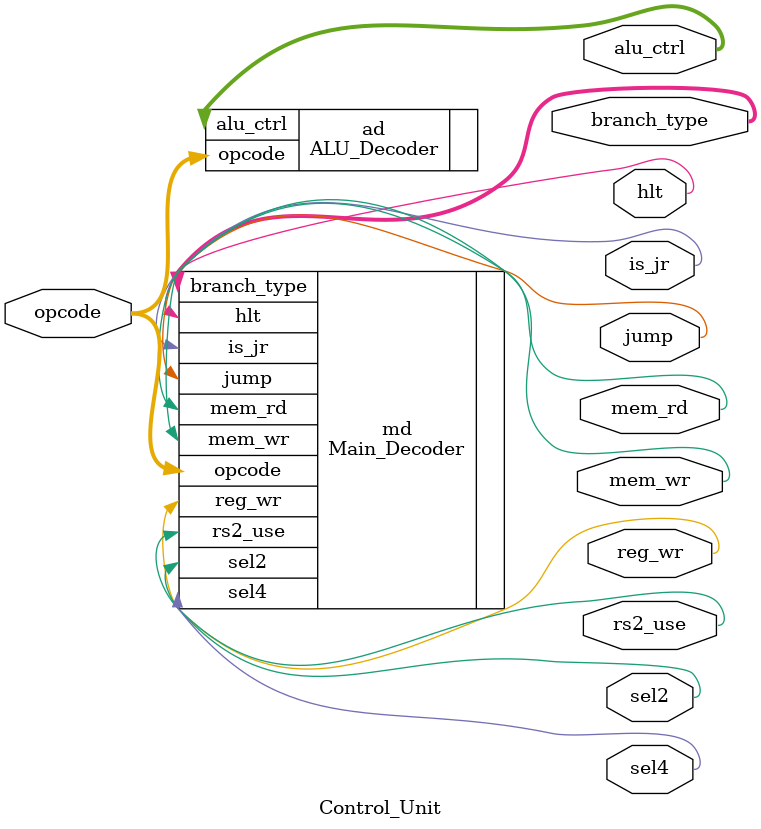
<source format=v>
`timescale 1ns / 1ps


module Control_Unit(
    input [5:0] opcode,
    
    // Datapath Controls
    output sel2,      // ALUSrc
    output jump,
    output is_jr,
    output mem_wr,
    output mem_rd,
    output reg_wr,
    output sel4,      // MemToReg
    output [1:0] branch_type,
    output rs2_use,
    output hlt,
    
    // ALU Controls
    output [5:0] alu_ctrl
);

    Main_Decoder md (
        .opcode(opcode),
        .sel2(sel2),
        .jump(jump),
        .is_jr(is_jr),
        .mem_wr(mem_wr),
        .mem_rd(mem_rd),
        .reg_wr(reg_wr),
        .sel4(sel4),
        .branch_type(branch_type),
        .rs2_use(rs2_use),
        .hlt(hlt)
    );

    ALU_Decoder ad (
        .opcode(opcode),
        .alu_ctrl(alu_ctrl)
    );

endmodule
</source>
